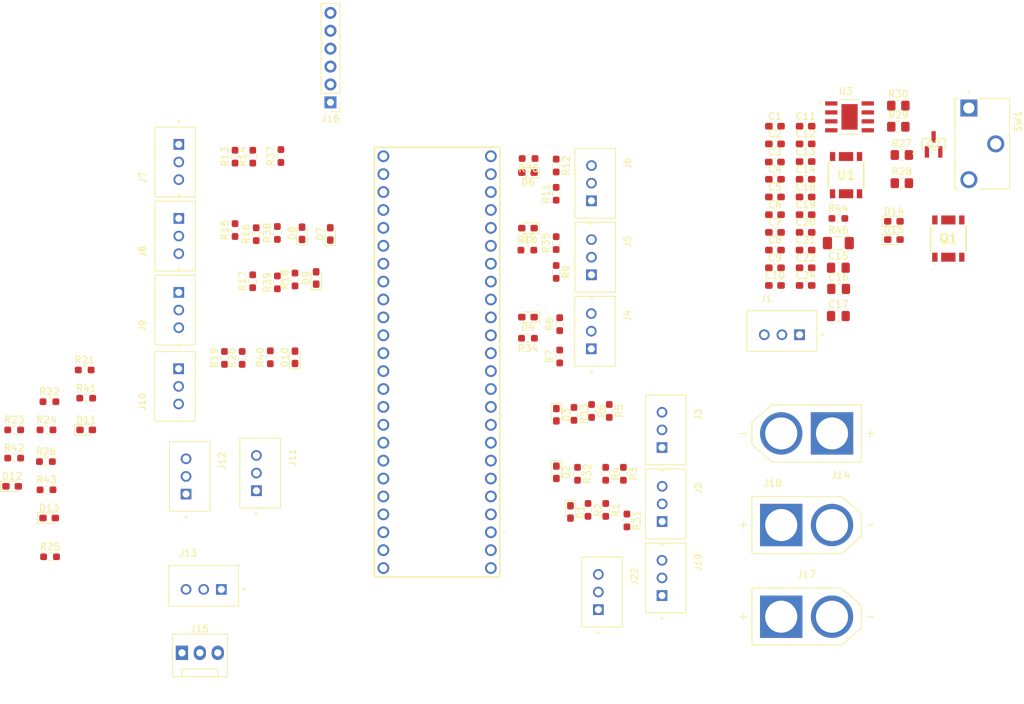
<source format=kicad_pcb>
(kicad_pcb (version 20240108) (generator "pcbnew") (generator_version "8.0")
  (layers (0 "F.Cu" signal) (31 "B.Cu" signal) (34 "B.Paste" user) (35 "F.Paste" user) (36 "B.SilkS" user "B.Silkscreen") (37 "F.SilkS" user "F.Silkscreen") (38 "B.Mask" user) (39 "F.Mask" user) (44 "Edge.Cuts" user))
  (net 0 "")
  (net 1 "+5V")
  (net 2 "GND1")
  (net 3 "+12V")
  (net 4 "+3.3V")
  (net 5 "44.4V")
  (net 6 "Net-(Q1-G)")
  (net 7 "44.4v")
  (net 8 "12v")
  (net 9 "5v")
  (net 10 "Signal Start Module")
  (net 11 "Net-(J17-POS)")
  (net 12 "Net-(J17-NEG)")
  (net 13 "Line Sensor 1 3.3V")
  (net 14 "Line Sensor 1 5v")
  (net 15 "Line Sensor 2 5v")
  (net 16 "Line Sensor 2 3.3V")
  (net 17 "Line Sensor 3 5v")
  (net 18 "Line Sensor 3 3.3V")
  (net 19 "Line Sensor 4 5v")
  (net 20 "Line Sensor 4 3.3V")
  (net 21 "Distance Sensor 1 12V")
  (net 22 "Distance Sensor 1 3.3V")
  (net 23 "Distance Sensor 2 12V")
  (net 24 "Distance Sensor 2 3.3V")
  (net 25 "Distance Sensor 3 3.3V")
  (net 26 "Distance Sensor 3 12V")
  (net 27 "Distance Sensor 4 12V")
  (net 28 "Distance Sensor 4 3.3V")
  (net 29 "Distance Sensor 5 3.3V")
  (net 30 "Distance Sensor 5 12V")
  (net 31 "Distance Sensor 6 12V")
  (net 32 "Distance Sensor 6 3.3V")
  (net 33 "Distance Sensor 7 3.3V")
  (net 34 "Distance Sensor 7 12V")
  (net 35 "Distance Sensor 8 3.3V")
  (net 36 "Distance Sensor 8 12V")
  (net 37 "Distance Sensor 9 3.3V")
  (net 38 "Distance Sensor 9 12V")
  (net 39 "Net-(Q2-D)")
  (net 40 "Net-(Q1-S)")
  (net 41 "Net-(Q2-G)")
  (net 42 "Net-(SW1-A)")
  (net 43 "Net-(D1-A)")
  (net 44 "Net-(D2-A)")
  (net 45 "Net-(D3-A)")
  (net 46 "Net-(D4-A)")
  (net 47 "Net-(D5-A)")
  (net 48 "Net-(D6-A)")
  (net 49 "Net-(D7-A)")
  (net 50 "Net-(D8-A)")
  (net 51 "Net-(D9-A)")
  (net 52 "Net-(D10-A)")
  (net 53 "Net-(D11-A)")
  (net 54 "Net-(D12-A)")
  (net 55 "Net-(D13-A)")
  (net 56 "Net-(D15-A)")
  (net 57 "Net-(D14-A)")
  (net 58 "PWM MD2")
  (net 59 "Direction MD2")
  (net 60 "SDA")
  (net 61 "PWM MD1")
  (net 62 "Direction MD1")
  (net 65 "SCL")
  (net 87 "Interupt")
  (footprint "Resistor_SMD:R_0805_2012Metric_Pad1.20x1.40mm_HandSolder" (layer "F.Cu") (at 160.5 74)
    (property "Reference" "R27" (at 0 -1.65 0) (layer "F.SilkS"))
    (property "Value" "15k")
    (pad "1" smd roundrect (at -1 0) (size 1.2 1.4) (layers "F.Cu" "F.Paste" "F.Mask") (roundrect_rratio 0.208333) (net 6 "Net-(Q1-G)"))
    (pad "2" smd roundrect (at 1 0) (size 1.2 1.4) (layers "F.Cu" "F.Paste" "F.Mask") (roundrect_rratio 0.208333) (net 39 "Net-(Q2-D)"))
  )
  (footprint "LED_SMD:LED_0603_1608Metric_Pad1.05x0.95mm_HandSolder" (layer "F.Cu") (at 107.5 97 180)
    (property "Reference" "D4" (at 0 -1.43 0) (layer "F.SilkS"))
    (property "Value" "LED")
    (pad "1" smd roundrect (at -0.875 0 180) (size 1.05 0.95) (layers "F.Cu" "F.Paste" "F.Mask") (net 2 "GND1"))
    (pad "2" smd roundrect (at 0.875 0 180) (size 1.05 0.95) (layers "F.Cu" "F.Paste" "F.Mask") (net 46 "Net-(D4-A)"))
  )
  (footprint "XT60-M:AMASS_XT60-M" (layer "F.Cu") (at 147 139.5)
    (property "Reference" "J17" (at 0 -6 0) (layer "F.SilkS"))
    (property "Value" "XT60-M" (hide yes))
    (pad "N" thru_hole circle (at 3.6 0) (size 6 6) (drill 4.55) (layers "*.Cu" "*.Mask") (net 12 "Net-(J17-NEG)"))
    (pad "P" thru_hole rect (at -3.6 0) (size 6 6) (drill 4.55) (layers "*.Cu" "*.Mask") (net 11 "Net-(J17-POS)"))
  )
  (footprint "Capacitor_SMD:C_0603_1608Metric_Pad1.08x0.95mm_HandSolder" (layer "F.Cu") (at 146.8625 72.43)
    (property "Reference" "C12" (at 0 -1.43 0) (layer "F.SilkS"))
    (property "Value" "C")
    (pad "1" smd roundrect (at -0.8625 0) (size 1.075 0.95) (layers "F.Cu" "F.Paste" "F.Mask") (net 3 "+12V"))
    (pad "2" smd roundrect (at 0.8625 0) (size 1.075 0.95) (layers "F.Cu" "F.Paste" "F.Mask") (net 2 "GND1"))
  )
  (footprint "Resistor_SMD:R_0603_1608Metric_Pad0.98x0.95mm_HandSolder" (layer "F.Cu") (at 112 102.5875 90)
    (property "Reference" "R7" (at 0 -1.43 90) (layer "F.SilkS"))
    (property "Value" "R")
    (pad "1" smd roundrect (at -0.9125 0 90) (size 0.975 0.95) (layers "F.Cu" "F.Paste" "F.Mask") (net 19 "Line Sensor 4 5v"))
    (pad "2" smd roundrect (at 0.9125 0 90) (size 0.975 0.95) (layers "F.Cu" "F.Paste" "F.Mask") (net 20 "Line Sensor 4 3.3V"))
  )
  (footprint "Resistor_SMD:R_0603_1608Metric_Pad0.98x0.95mm_HandSolder" (layer "F.Cu") (at 68.475 91.9125 90)
    (property "Reference" "R17" (at 0 -1.43 90) (layer "F.SilkS"))
    (property "Value" "R")
    (pad "1" smd roundrect (at -0.9125 0 90) (size 0.975 0.95) (layers "F.Cu" "F.Paste" "F.Mask") (net 30 "Distance Sensor 5 12V"))
    (pad "2" smd roundrect (at 0.9125 0 90) (size 0.975 0.95) (layers "F.Cu" "F.Paste" "F.Mask") (net 29 "Distance Sensor 5 3.3V"))
  )
  (footprint "LED_SMD:LED_0603_1608Metric_Pad1.05x0.95mm_HandSolder" (layer "F.Cu") (at 79.475 85.2 90)
    (property "Reference" "D7" (at 0 -1.43 90) (layer "F.SilkS"))
    (property "Value" "LED")
    (pad "1" smd roundrect (at -0.875 0 90) (size 1.05 0.95) (layers "F.Cu" "F.Paste" "F.Mask") (net 2 "GND1"))
    (pad "2" smd roundrect (at 0.875 0 90) (size 1.05 0.95) (layers "F.Cu" "F.Paste" "F.Mask") (net 49 "Net-(D7-A)"))
  )
  (footprint "LED_SMD:LED_0603_1608Metric_Pad1.05x0.95mm_HandSolder" (layer "F.Cu") (at 107.5 84.375 180)
    (property "Reference" "D5" (at 0 -1.43 0) (layer "F.SilkS"))
    (property "Value" "LED")
    (pad "1" smd roundrect (at -0.875 0 180) (size 1.05 0.95) (layers "F.Cu" "F.Paste" "F.Mask") (net 2 "GND1"))
    (pad "2" smd roundrect (at 0.875 0 180) (size 1.05 0.95) (layers "F.Cu" "F.Paste" "F.Mask") (net 47 "Net-(D5-A)"))
  )
  (footprint "Jst Xh 2.5-3 Pin:JST_B3B-XH-A_LF__SN_" (layer "F.Cu") (at 127.05 123.5 -90)
    (property "Reference" "J2" (at -2.2 -4.6 90) (layer "F.SilkS") (effects (font (size 0.944882 0.944882))))
    (property "Value" "Conn_01x03_MountingPin" (hide yes))
    (pad "1" thru_hole rect (at 2.5 0.525 270) (size 1.508 1.508) (drill 1) (layers "*.Cu" "*.Mask") (net 15 "Line Sensor 2 5v"))
    (pad "2" thru_hole circle (at 0 0.525 270) (size 1.508 1.508) (drill 1) (layers "*.Cu" "*.Mask") (net 1 "+5V"))
    (pad "3" thru_hole circle (at -2.5 0.525 270) (size 1.508 1.508) (drill 1) (layers "*.Cu" "*.Mask") (net 2 "GND1"))
  )
  (footprint "Jst Xh 2.5-3 Pin:JST_B3B-XH-A_LF__SN_" (layer "F.Cu") (at 57.475 75 90)
    (property "Reference" "J7" (at -2.2 -4.6 90) (layer "F.SilkS") (effects (font (size 0.944882 0.944882))))
    (property "Value" "Conn_01x03_MountingPin" (hide yes))
    (pad "1" thru_hole rect (at 2.5 0.525 90) (size 1.508 1.508) (drill 1) (layers "*.Cu" "*.Mask") (net 26 "Distance Sensor 3 12V"))
    (pad "2" thru_hole circle (at 0 0.525 90) (size 1.508 1.508) (drill 1) (layers "*.Cu" "*.Mask") (net 3 "+12V"))
    (pad "3" thru_hole circle (at -2.5 0.525 90) (size 1.508 1.508) (drill 1) (layers "*.Cu" "*.Mask") (net 2 "GND1"))
  )
  (footprint "Capacitor_SMD:C_0603_1608Metric_Pad1.08x0.95mm_HandSolder" (layer "F.Cu") (at 142.5125 90)
    (property "Reference" "C9" (at 0 -1.43 0) (layer "F.SilkS"))
    (property "Value" "C")
    (pad "1" smd roundrect (at -0.8625 0) (size 1.075 0.95) (layers "F.Cu" "F.Paste" "F.Mask") (net 3 "+12V"))
    (pad "2" smd roundrect (at 0.8625 0) (size 1.075 0.95) (layers "F.Cu" "F.Paste" "F.Mask") (net 2 "GND1"))
  )
  (footprint "LED_SMD:LED_0603_1608Metric_Pad1.05x0.95mm_HandSolder" (layer "F.Cu") (at 75.475 85.1125 90)
    (property "Reference" "D8" (at 0 -1.43 90) (layer "F.SilkS"))
    (property "Value" "LED")
    (pad "1" smd roundrect (at -0.875 0 90) (size 1.05 0.95) (layers "F.Cu" "F.Paste" "F.Mask") (net 2 "GND1"))
    (pad "2" smd roundrect (at 0.875 0 90) (size 1.05 0.95) (layers "F.Cu" "F.Paste" "F.Mask") (net 50 "Net-(D8-A)"))
  )
  (footprint "Capacitor_SMD:C_0603_1608Metric_Pad1.08x0.95mm_HandSolder" (layer "F.Cu") (at 142.5125 72.43)
    (property "Reference" "C2" (at 0 -1.43 0) (layer "F.SilkS"))
    (property "Value" "C")
    (pad "1" smd roundrect (at -0.8625 0) (size 1.075 0.95) (layers "F.Cu" "F.Paste" "F.Mask") (net 1 "+5V"))
    (pad "2" smd roundrect (at 0.8625 0) (size 1.075 0.95) (layers "F.Cu" "F.Paste" "F.Mask") (net 2 "GND1"))
  )
  (footprint "Capacitor_SMD:C_0603_1608Metric_Pad1.08x0.95mm_HandSolder" (layer "F.Cu") (at 146.8625 79.96)
    (property "Reference" "C18" (at 0 -1.43 0) (layer "F.SilkS"))
    (property "Value" "C")
    (pad "1" smd roundrect (at -0.8625 0) (size 1.075 0.95) (layers "F.Cu" "F.Paste" "F.Mask") (net 7 "44.4v"))
    (pad "2" smd roundrect (at 0.8625 0) (size 1.075 0.95) (layers "F.Cu" "F.Paste" "F.Mask") (net 2 "GND1"))
  )
  (footprint "Capacitor_SMD:C_0603_1608Metric_Pad1.08x0.95mm_HandSolder" (layer "F.Cu") (at 146.8625 90)
    (property "Reference" "C22" (at 0 -1.43 0) (layer "F.SilkS"))
    (property "Value" "C")
    (pad "1" smd roundrect (at -0.8625 0) (size 1.075 0.95) (layers "F.Cu" "F.Paste" "F.Mask") (net 1 "+5V"))
    (pad "2" smd roundrect (at 0.8625 0) (size 1.075 0.95) (layers "F.Cu" "F.Paste" "F.Mask") (net 2 "GND1"))
  )
  (footprint "Connector_PinHeader_2.54mm:PinHeader_1x06_P2.54mm_Vertical" (layer "F.Cu") (at 79.5 66.54 180)
    (property "Reference" "J16" (at 0 -2.33 0) (layer "F.SilkS"))
    (property "Value" "Conn_01x08_Pin" (hide yes))
    (pad "1" thru_hole rect (at 0 0 180) (size 1.7 1.7) (drill 1) (layers "*.Cu" "*.Mask") (net 1 "+5V"))
    (pad "2" thru_hole oval (at 0 2.54 180) (size 1.7 1.7) (drill 1) (layers "*.Cu" "*.Mask") (net 2 "GND1"))
    (pad "3" thru_hole oval (at 0 5.08 180) (size 1.7 1.7) (drill 1) (layers "*.Cu" "*.Mask") (net 65 "SCL"))
    (pad "4" thru_hole oval (at 0 7.62 180) (size 1.7 1.7) (drill 1) (layers "*.Cu" "*.Mask") (net 60 "SDA"))
    (pad "5" thru_hole oval (at 0 10.16 180) (size 1.7 1.7) (drill 1) (layers "*.Cu" "*.Mask"))
    (pad "6" thru_hole oval (at 0 12.7 180) (size 1.7 1.7) (drill 1) (layers "*.Cu" "*.Mask"))
  )
  (footprint "LED_SMD:LED_0603_1608Metric_Pad1.05x0.95mm_HandSolder" (layer "F.Cu") (at 159.375 83.41)
    (property "Reference" "D14" (at 0 -1.43 0) (layer "F.SilkS"))
    (property "Value" "LED")
    (pad "1" smd roundrect (at -0.875 0) (size 1.05 0.95) (layers "F.Cu" "F.Paste" "F.Mask") (net 2 "GND1"))
    (pad "2" smd roundrect (at 0.875 0) (size 1.05 0.95) (layers "F.Cu" "F.Paste" "F.Mask") (net 57 "Net-(D14-A)"))
  )
  (footprint "Capacitor_SMD:C_0603_1608Metric_Pad1.08x0.95mm_HandSolder" (layer "F.Cu") (at 142.5125 92.51)
    (property "Reference" "C10" (at 0 -1.43 0) (layer "F.SilkS"))
    (property "Value" "C")
    (pad "1" smd roundrect (at -0.8625 0) (size 1.075 0.95) (layers "F.Cu" "F.Paste" "F.Mask") (net 3 "+12V"))
    (pad "2" smd roundrect (at 0.8625 0) (size 1.075 0.95) (layers "F.Cu" "F.Paste" "F.Mask") (net 2 "GND1"))
  )
  (footprint "Resistor_SMD:R_0603_1608Metric_Pad0.98x0.95mm_HandSolder" (layer "F.Cu") (at 111.5 75.5 -90)
    (property "Reference" "R12" (at 0 -1.43 90) (layer "F.SilkS"))
    (property "Value" "R" (hide yes))
    (pad "1" smd roundrect (at -0.9125 0 270) (size 0.975 0.95) (layers "F.Cu" "F.Paste" "F.Mask") (net 24 "Distance Sensor 2 3.3V"))
    (pad "2" smd roundrect (at 0.9125 0 270) (size 0.975 0.95) (layers "F.Cu" "F.Paste" "F.Mask") (net 2 "GND1"))
  )
  (footprint "Capacitor_SMD:C_0603_1608Metric_Pad1.08x0.95mm_HandSolder" (layer "F.Cu") (at 146.8625 74.94)
    (property "Reference" "C13" (at 0 -1.43 0) (layer "F.SilkS"))
    (property "Value" "C")
    (pad "1" smd roundrect (at -0.8625 0) (size 1.075 0.95) (layers "F.Cu" "F.Paste" "F.Mask") (net 1 "+5V"))
    (pad "2" smd roundrect (at 0.8625 0) (size 1.075 0.95) (layers "F.Cu" "F.Paste" "F.Mask") (net 2 "GND1"))
  )
  (footprint "Resistor_SMD:R_0603_1608Metric_Pad0.98x0.95mm_HandSolder" (layer "F.Cu") (at 118.515 119.225 -90)
    (property "Reference" "R4" (at 0 -1.43 90) (layer "F.SilkS"))
    (property "Value" "R")
    (pad "1" smd roundrect (at -0.9125 0 270) (size 0.975 0.95) (layers "F.Cu" "F.Paste" "F.Mask") (net 16 "Line Sensor 2 3.3V"))
    (pad "2" smd roundrect (at 0.9125 0 270) (size 0.975 0.95) (layers "F.Cu" "F.Paste" "F.Mask") (net 2 "GND1"))
  )
  (footprint "Resistor_SMD:R_0603_1608Metric_Pad0.98x0.95mm_HandSolder" (layer "F.Cu") (at 107.4125 87.5)
    (property "Reference" "R10" (at 0 -1.43 0) (layer "F.SilkS"))
    (property "Value" "R")
    (pad "1" smd roundrect (at -0.9125 0) (size 0.975 0.95) (layers "F.Cu" "F.Paste" "F.Mask") (net 22 "Distance Sensor 1 3.3V"))
    (pad "2" smd roundrect (at 0.9125 0) (size 0.975 0.95) (layers "F.Cu" "F.Paste" "F.Mask") (net 2 "GND1"))
  )
  (footprint "Resistor_SMD:R_0603_1608Metric_Pad0.98x0.95mm_HandSolder" (layer "F.Cu") (at 70.975 102.7 90)
    (property "Reference" "R40" (at 0 -1.43 90) (layer "F.SilkS"))
    (property "Value" "R")
    (pad "1" smd roundrect (at -0.9125 0 90) (size 0.975 0.95) (layers "F.Cu" "F.Paste" "F.Mask") (net 32 "Distance Sensor 6 3.3V"))
    (pad "2" smd roundrect (at 0.9125 0 90) (size 0.975 0.95) (layers "F.Cu" "F.Paste" "F.Mask") (net 52 "Net-(D10-A)"))
  )
  (footprint "Resistor_SMD:R_0603_1608Metric_Pad0.98x0.95mm_HandSolder" (layer "F.Cu") (at 107.5 100 180)
    (property "Reference" "R34" (at 0 -1.43 0) (layer "F.SilkS"))
    (property "Value" "R")
    (pad "1" smd roundrect (at -0.9125 0 180) (size 0.975 0.95) (layers "F.Cu" "F.Paste" "F.Mask") (net 20 "Line Sensor 4 3.3V"))
    (pad "2" smd roundrect (at 0.9125 0 180) (size 0.975 0.95) (layers "F.Cu" "F.Paste" "F.Mask") (net 46 "Net-(D4-A)"))
  )
  (footprint "Jst Xh 2.5-3 Pin:JST_B3B-XH-A_LF__SN_" (layer "F.Cu") (at 117 99 -90)
    (property "Reference" "J4" (at -2.2 -4.6 90) (layer "F.SilkS") (effects (font (size 0.944882 0.944882))))
    (property "Value" "Conn_01x03_MountingPin" (hide yes))
    (pad "1" thru_hole rect (at 2.5 0.525 270) (size 1.508 1.508) (drill 1) (layers "*.Cu" "*.Mask") (net 19 "Line Sensor 4 5v"))
    (pad "2" thru_hole circle (at 0 0.525 270) (size 1.508 1.508) (drill 1) (layers "*.Cu" "*.Mask") (net 1 "+5V"))
    (pad "3" thru_hole circle (at -2.5 0.525 270) (size 1.508 1.508) (drill 1) (layers "*.Cu" "*.Mask") (net 2 "GND1"))
  )
  (footprint "12Vvoltagereg:S1142A50IE6T1U" (layer "F.Cu") (at 152.59 76.86)
    (property "Reference" "U1" (at 0 0 0) (layer "F.SilkS") (effects (font (size 1.27 1.27) (thickness 0.254))))
    (property "Value" "S-1142DA0I-E6T1U" (hide yes))
    (pad "1" smd rect (at -1.91 2.64) (size 0.76 1.27) (layers "F.Cu" "F.Paste" "F.Mask") (net 8 "12v"))
    (pad "2" smd rect (at 0 2.64 90) (size 1.27 2.03) (layers "F.Cu" "F.Paste" "F.Mask") (net 2 "GND1"))
    (pad "3" smd rect (at 1.91 2.64) (size 0.76 1.27) (layers "F.Cu" "F.Paste" "F.Mask") (net 2 "GND1"))
    (pad "4" smd rect (at 1.91 -2.64) (size 0.76 1.27) (layers "F.Cu" "F.Paste" "F.Mask"))
    (pad "5" smd rect (at 0 -2.64 90) (size 1.27 2.03) (layers "F.Cu" "F.Paste" "F.Mask") (net 2 "GND1"))
    (pad "6" smd rect (at -1.91 -2.64) (size 0.76 1.27) (layers "F.Cu" "F.Paste" "F.Mask") (net 7 "44.4v"))
  )
  (footprint "TQL850CSV50_RLG(5vmotordriver):SOIC127P600X170-9N" (layer "F.Cu") (at 153.085 68.595)
    (property "Reference" "U3" (at -0.535 -3.635 0) (layer "F.SilkS"))
    (property "Value" "TQL850CSV50_RLG")
    (pad "1" smd roundrect (at -2.585 -1.905) (size 1.75 0.6) (layers "F.Cu" "F.Paste" "F.Mask") (roundrect_rratio 0.125) (net 7 "44.4v"))
    (pad "2" smd roundrect (at -2.585 -0.635) (size 1.75 0.6) (layers "F.Cu" "F.Paste" "F.Mask") (roundrect_rratio 0.125) (net 7 "44.4v"))
    (pad "3" smd roundrect (at -2.585 0.635) (size 1.75 0.6) (layers "F.Cu" "F.Paste" "F.Mask") (roundrect_rratio 0.125))
    (pad "4" smd roundrect (at -2.585 1.905) (size 1.75 0.6) (layers "F.Cu" "F.Paste" "F.Mask") (roundrect_rratio 0.125) (net 2 "GND1"))
    (pad "5" smd roundrect (at 2.585 1.905) (size 1.75 0.6) (layers "F.Cu" "F.Paste" "F.Mask") (roundrect_rratio 0.125) (net 2 "GND1"))
    (pad "6" smd roundrect (at 2.585 0.635) (size 1.75 0.6) (layers "F.Cu" "F.Paste" "F.Mask") (roundrect_rratio 0.125) (net 2 "GND1"))
    (pad "7" smd roundrect (at 2.585 -0.635) (size 1.75 0.6) (layers "F.Cu" "F.Paste" "F.Mask") (roundrect_rratio 0.125))
    (pad "8" smd roundrect (at 2.585 -1.905) (size 1.75 0.6) (layers "F.Cu" "F.Paste" "F.Mask") (roundrect_rratio 0.125) (net 9 "5v"))
    (pad "9" smd rect (at 0 0) (size 2.3 3.63) (layers "F.Cu" "F.Mask"))
  )
  (footprint "Resistor_SMD:R_0603_1608Metric_Pad0.98x0.95mm_HandSolder" (layer "F.Cu") (at 34.6625 113)
    (property "Reference" "R23" (at 0 -1.43 0) (layer "F.SilkS"))
    (property "Value" "R")
    (pad "1" smd roundrect (at -0.9125 0) (size 0.975 0.95) (layers "F.Cu" "F.Paste" "F.Mask") (net 36 "Distance Sensor 8 12V"))
    (pad "2" smd roundrect (at 0.9125 0) (size 0.975 0.95) (layers "F.Cu" "F.Paste" "F.Mask") (net 35 "Distance Sensor 8 3.3V"))
  )
  (footprint "LED_SMD:LED_0603_1608Metric_Pad1.05x0.95mm_HandSolder" (layer "F.Cu") (at 113.525 124.6375 -90)
    (property "Reference" "D1" (at 0 -1.43 90) (layer "F.SilkS"))
    (property "Value" "LED")
    (pad "1" smd roundrect (at -0.875 0 270) (size 1.05 0.95) (layers "F.Cu" "F.Paste" "F.Mask") (net 2 "GND1"))
    (pad "2" smd roundrect (at 0.875 0 270) (size 1.05 0.95) (layers "F.Cu" "F.Paste" "F.Mask") (net 43 "Net-(D1-A)"))
  )
  (footprint "Resistor_SMD:R_0603_1608Metric_Pad0.98x0.95mm_HandSolder" (layer "F.Cu") (at 39.25 113)
    (property "Reference" "R24" (at 0 -1.43 0) (layer "F.SilkS"))
    (property "Value" "R")
    (pad "1" smd roundrect (at -0.9125 0) (size 0.975 0.95) (layers "F.Cu" "F.Paste" "F.Mask") (net 35 "Distance Sensor 8 3.3V"))
    (pad "2" smd roundrect (at 0.9125 0) (size 0.975 0.95) (layers "F.Cu" "F.Paste" "F.Mask") (net 2 "GND1"))
  )
  (footprint "Resistor_SMD:R_0603_1608Metric_Pad0.98x0.95mm_HandSolder" (layer "F.Cu") (at 74.475 91.6625 90)
    (property "Reference" "R18" (at 0 -1.43 90) (layer "F.SilkS"))
    (property "Value" "R")
    (pad "1" smd roundrect (at -0.9125 0 90) (size 0.975 0.95) (layers "F.Cu" "F.Paste" "F.Mask") (net 29 "Distance Sensor 5 3.3V"))
    (pad "2" smd roundrect (at 0.9125 0 90) (size 0.975 0.95) (layers "F.Cu" "F.Paste" "F.Mask") (net 2 "GND1"))
  )
  (footprint "Capacitor_SMD:C_0603_1608Metric_Pad1.08x0.95mm_HandSolder" (layer "F.Cu") (at 146.8625 84.98)
    (property "Reference" "C20" (at 0 -1.43 0) (layer "F.SilkS"))
    (property "Value" "C")
    (pad "1" smd roundrect (at -0.8625 0) (size 1.075 0.95) (layers "F.Cu" "F.Paste" "F.Mask") (net 7 "44.4v"))
    (pad "2" smd roundrect (at 0.8625 0) (size 1.075 0.95) (layers "F.Cu" "F.Paste" "F.Mask") (net 2 "GND1"))
  )
  (footprint "Capacitor_SMD:C_0805_2012Metric_Pad1.18x1.45mm_HandSolder" (layer "F.Cu") (at 151.5 96.85)
    (property "Reference" "C17" (at 0 -1.68 0) (layer "F.SilkS"))
    (property "Value" "1uF")
    (pad "1" smd roundrect (at -1.0375 0) (size 1.175 1.45) (layers "F.Cu" "F.Paste" "F.Mask") (roundrect_rratio 0.212766) (net 5 "44.4V"))
    (pad "2" smd roundrect (at 1.0375 0) (size 1.175 1.45) (layers "F.Cu" "F.Paste" "F.Mask") (roundrect_rratio 0.212766) (net 6 "Net-(Q1-G)"))
  )
  (footprint "Jst Xh 2.5-3 Pin:JST_B3B-XH-A_LF__SN_" (layer "F.Cu") (at 61.53 135.1)
    (property "Reference" "J13" (at -2.2 -4.6 0) (layer "F.SilkS") (effects (font (size 0.944882 0.944882))))
    (property "Value" "Conn_01x03_MountingPin")
    (pad "1" thru_hole rect (at 2.5 0.525) (size 1.508 1.508) (drill 1) (layers "*.Cu" "*.Mask") (net 38 "Distance Sensor 9 12V"))
    (pad "2" thru_hole circle (at 0 0.525) (size 1.508 1.508) (drill 1) (layers "*.Cu" "*.Mask") (net 3 "+12V"))
    (pad "3" thru_hole circle (at -2.5 0.525) (size 1.508 1.508) (drill 1) (layers "*.Cu" "*.Mask") (net 2 "GND1"))
  )
  (footprint "Resistor_SMD:R_0603_1608Metric_Pad0.98x0.95mm_HandSolder" (layer "F.Cu") (at 72.475 74.15 90)
    (property "Reference" "R37" (at 0 -1.43 90) (layer "F.SilkS"))
    (property "Value" "R")
    (pad "1" smd roundrect (at -0.9125 0 90) (size 0.975 0.95) (layers "F.Cu" "F.Paste" "F.Mask") (net 25 "Distance Sensor 3 3.3V"))
    (pad "2" smd roundrect (at 0.9125 0 90) (size 0.975 0.95) (layers "F.Cu" "F.Paste" "F.Mask") (net 49 "Net-(D7-A)"))
  )
  (footprint "Resistor_SMD:R_0603_1608Metric_Pad0.98x0.95mm_HandSolder" (layer "F.Cu") (at 71.975 92.075 90)
    (property "Reference" "R39" (at 0 -1.43 90) (layer "F.SilkS"))
    (property "Value" "R")
    (pad "1" smd roundrect (at -0.9125 0 90) (size 0.975 0.95) (layers "F.Cu" "F.Paste" "F.Mask") (net 29 "Distance Sensor 5 3.3V"))
    (pad "2" smd roundrect (at 0.9125 0 90) (size 0.975 0.95) (layers "F.Cu" "F.Paste" "F.Mask") (net 51 "Net-(D9-A)"))
  )
  (footprint "LED_SMD:LED_0603_1608Metric_Pad1.05x0.95mm_HandSolder" (layer "F.Cu") (at 111.525 119.0125 -90)
    (property "Reference" "D2" (at 0 -1.43 90) (layer "F.SilkS"))
    (property "Value" "LED")
    (pad "1" smd roundrect (at -0.875 0 270) (size 1.05 0.95) (layers "F.Cu" "F.Paste" "F.Mask") (net 2 "GND1"))
    (pad "2" smd roundrect (at 0.875 0 270) (size 1.05 0.95) (layers "F.Cu" "F.Paste" "F.Mask") (net 44 "Net-(D2-A)"))
  )
  (footprint "Resistor_SMD:R_0805_2012Metric_Pad1.20x1.40mm_HandSolder" (layer "F.Cu") (at 160 67)
    (property "Reference" "R30" (at 0 -1.65 0) (layer "F.SilkS"))
    (property "Value" "8k")
    (pad "1" smd roundrect (at -1 0) (size 1.2 1.4) (layers "F.Cu" "F.Paste" "F.Mask") (roundrect_rratio 0.208333) (net 41 "Net-(Q2-G)"))
    (pad "2" smd roundrect (at 1 0) (size 1.2 1.4) (layers "F.Cu" "F.Paste" "F.Mask") (roundrect_rratio 0.208333) (net 42 "Net-(SW1-A)"))
  )
  (footprint "Jst Xh 2.5-3 Pin:JST_B3B-XH-A_LF__SN_" (layer "F.Cu") (at 143.5 98.975)
    (property "Reference" "J1" (at -2.2 -4.6 0) (layer "F.SilkS") (effects (font (size 0.944882 0.944882))))
    (property "Value" "Conn_01x03_MountingPin")
    (pad "1" thru_hole rect (at 2.5 0.525) (size 1.508 1.508) (drill 1) (layers "*.Cu" "*.Mask") (net 59 "Direction MD2"))
    (pad "2" thru_hole circle (at 0 0.525) (size 1.508 1.508) (drill 1) (layers "*.Cu" "*.Mask") (net 58 "PWM MD2"))
    (pad "3" thru_hole circle (at -2.5 0.525) (size 1.508 1.508) (drill 1) (layers "*.Cu" "*.Mask") (net 2 "GND1"))
  )
  (footprint "LED_SMD:LED_0603_1608Metric_Pad1.05x0.95mm_HandSolder" (layer "F.Cu") (at 74.475 102.7 90)
    (property "Reference" "D10" (at 0 -1.43 90) (layer "F.SilkS"))
    (property "Value" "LED")
    (pad "1" smd roundrect (at -0.875 0 90) (size 1.05 0.95) (layers "F.Cu" "F.Paste" "F.Mask") (net 2 "GND1"))
    (pad "2" smd roundrect (at 0.875 0 90) (size 1.05 0.95) (layers "F.Cu" "F.Paste" "F.Mask") (net 52 "Net-(D10-A)"))
  )
  (footprint "Resistor_SMD:R_0805_2012Metric_Pad1.20x1.40mm_HandSolder" (layer "F.Cu") (at 160.5 78)
    (property "Reference" "R28" (at 0 -1.65 0) (layer "F.SilkS"))
    (property "Value" "10k")
    (pad "1" smd roundrect (at -1 0) (size 1.2 1.4) (layers "F.Cu" "F.Paste" "F.Mask") (roundrect_rratio 0.208333) (net 6 "Net-(Q1-G)"))
    (pad "2" smd roundrect (at 1 0) (size 1.2 1.4) (layers "F.Cu" "F.Paste" "F.Mask") (roundrect_rratio 0.208333) (net 40 "Net-(Q1-S)"))
  )
  (footprint "Resistor_SMD:R_0603_1608Metric_Pad0.98x0.95mm_HandSolder" (layer "F.Cu") (at 111.5 86.5 90)
    (property "Reference" "R35" (at 0 -1.43 90) (layer "F.SilkS"))
    (property "Value" "R")
    (pad "1" smd roundrect (at -0.9125 0 90) (size 0.975 0.95) (layers "F.Cu" "F.Paste" "F.Mask") (net 22 "Distance Sensor 1 3.3V"))
    (pad "2" smd roundrect (at 0.9125 0 90) (size 0.975 0.95) (layers "F.Cu" "F.Paste" "F.Mask") (net 47 "Net-(D5-A)"))
  )
  (footprint "LED_SMD:LED_0603_1608Metric_Pad1.05x0.95mm_HandSolder" (layer "F.Cu") (at 77.475 91.45 90)
    (property "Reference" "D9" (at 0 -1.43 90) (layer "F.SilkS"))
    (property "Value" "LED")
    (pad "1" smd roundrect (at -0.875 0 90) (size 1.05 0.95) (layers "F.Cu" "F.Paste" "F.Mask") (net 2 "GND1"))
    (pad "2" smd roundrect (at 0.875 0 90) (size 1.05 0.95) (layers "F.Cu" "F.Paste" "F.Mask") (net 51 "Net-(D9-A)"))
  )
  (footprint "Capacitor_SMD:C_0603_1608Metric_Pad1.08x0.95mm_HandSolder" (layer "F.Cu") (at 142.5125 69.92)
    (property "Reference" "C1" (at 0 -1.43 0) (layer "F.SilkS"))
    (property "Value" "C")
    (pad "1" smd roundrect (at -0.8625 0) (size 1.075 0.95) (layers "F.Cu" "F.Paste" "F.Mask") (net 1 "+5V"))
    (pad "2" smd roundrect (at 0.8625 0) (size 1.075 0.95) (layers "F.Cu" "F.Paste" "F.Mask") (net 2 "GND1"))
  )
  (footprint "Jst Xh 2.5-3 Pin:JST_B3B-XH-A_LF__SN_" (layer "F.Cu") (at 117.025 88.5 -90)
    (property "Reference" "J5" (at -2.2 -4.6 90) (layer "F.SilkS") (effects (font (size 0.944882 0.944882))))
    (property "Value" "Conn_01x03_MountingPin" (hide yes))
    (pad "1" thru_hole rect (at 2.5 0.525 270) (size 1.508 1.508) (drill 1) (layers "*.Cu" "*.Mask") (net 21 "Distance Sensor 1 12V"))
    (pad "2" thru_hole circle (at 0 0.525 270) (size 1.508 1.508) (drill 1) (layers "*.Cu" "*.Mask") (net 3 "+12V"))
    (pad "3" thru_hole circle (at -2.5 0.525 270) (size 1.508 1.508) (drill 1) (layers "*.Cu" "*.Mask") (net 2 "GND1"))
  )
  (footprint "Resistor_SMD:R_0805_2012Metric_Pad1.20x1.40mm_HandSolder" (layer "F.Cu") (at 160 70)
    (property "Reference" "R29" (at 0 -1.65 0) (layer "F.SilkS"))
    (property "Value" "1k")
    (pad "1" smd roundrect (at -1 0) (size 1.2 1.4) (layers "F.Cu" "F.Paste" "F.Mask") (roundrect_rratio 0.208333) (net 41 "Net-(Q2-G)"))
    (pad "2" smd roundrect (at 1 0) (size 1.2 1.4) (layers "F.Cu" "F.Paste" "F.Mask") (roundrect_rratio 0.208333) (net 2 "GND1"))
  )
  (footprint "Resistor_SMD:R_0603_1608Metric_Pad0.98x0.95mm_HandSolder" (layer "F.Cu") (at 114.025 110.725 -90)
    (property "Reference" "R33" (at 0 -1.43 90) (layer "F.SilkS"))
    (property "Value" "R")
    (pad "1" smd roundrect (at -0.9125 0 270) (size 0.975 0.95) (layers "F.Cu" "F.Paste" "F.Mask") (net 18 "Line Sensor 3 3.3V"))
    (pad "2" smd roundrect (at 0.9125 0 270) (size 0.975 0.95) (layers "F.Cu" "F.Paste" "F.Mask") (net 45 "Net-(D3-A)"))
  )
  (footprint "Resistor_SMD:R_0603_1608Metric_Pad0.98x0.95mm_HandSolder" (layer "F.Cu") (at 68.485 74.2375 90)
    (property "Reference" "R14" (at 0 -1.43 90) (layer "F.SilkS"))
    (property "Value" "R")
    (pad "1" smd roundrect (at -0.9125 0 90) (size 0.975 0.95) (layers "F.Cu" "F.Paste" "F.Mask") (net 25 "Distance Sensor 3 3.3V"))
    (pad "2" smd roundrect (at 0.9125 0 90) (size 0.975 0.95) (layers "F.Cu" "F.Paste" "F.Mask") (net 2 "GND1"))
  )
  (footprint "Capacitor_SMD:C_0603_1608Metric_Pad1.08x0.95mm_HandSolder" (layer "F.Cu") (at 142.5125 84.98)
    (property "Reference" "C7" (at 0 -1.43 0) (layer "F.SilkS"))
    (property "Value" "C")
    (pad "1" smd roundrect (at -0.8625 0) (size 1.075 0.95) (layers "F.Cu" "F.Paste" "F.Mask") (net 3 "+12V"))
    (pad "2" smd roundrect (at 0.8625 0) (size 1.075 0.95) (layers "F.Cu" "F.Paste" "F.Mask") (net 2 "GND1"))
  )
  (footprint "Capacitor_SMD:C_0603_1608Metric_Pad1.08x0.95mm_HandSolder" (layer "F.Cu") (at 146.8625 77.45)
    (property "Reference" "C14" (at 0 -1.43 0) (layer "F.SilkS"))
    (property "Value" "C")
    (pad "1" smd roundrect (at -0.8625 0) (size 1.075 0.95) (layers "F.Cu" "F.Paste" "F.Mask") (net 2 "GND1"))
    (pad "2" smd roundrect (at 0.8625 0) (size 1.075 0.95) (layers "F.Cu" "F.Paste" "F.Mask") (net 4 "+3.3V"))
  )
  (footprint "Resistor_SMD:R_0603_1608Metric_Pad0.98x0.95mm_HandSolder" (layer "F.Cu") (at 34.6625 117)
    (property "Reference" "R42" (at 0 -1.43 0) (layer "F.SilkS"))
    (property "Value" "R")
    (pad "1" smd roundrect (at -0.9125 0) (size 0.975 0.95) (layers "F.Cu" "F.Paste" "F.Mask") (net 35 "Distance Sensor 8 3.3V"))
    (pad "2" smd roundrect (at 0.9125 0) (size 0.975 0.95) (layers "F.Cu" "F.Paste" "F.Mask") (net 54 "Net-(D12-A)"))
  )
  (footprint "Capacitor_SMD:C_0603_1608Metric_Pad1.08x0.95mm_HandSolder" (layer "F.Cu") (at 142.5125 82.47)
    (property "Reference" "C6" (at 0 -1.43 0) (layer "F.SilkS"))
    (property "Value" "C")
    (pad "1" smd roundrect (at -0.8625 0) (size 1.075 0.95) (layers "F.Cu" "F.Paste" "F.Mask") (net 3 "+12V"))
    (pad "2" smd roundrect (at 0.8625 0) (size 1.075 0.95) (layers "F.Cu" "F.Paste" "F.Mask") (net 2 "GND1"))
  )
  (footprint "Resistor_SMD:R_0603_1608Metric_Pad0.98x0.95mm_HandSolder" (layer "F.Cu") (at 65.975 74.2375 90)
    (property "Reference" "R13" (at 0 -1.43 90) (layer "F.SilkS"))
    (property "Value" "R")
    (pad "1" smd roundrect (at -0.9125 0 90) (size 0.975 0.95) (layers "F.Cu" "F.Paste" "F.Mask") (net 26 "Distance Sensor 3 12V"))
    (pad "2" smd roundrect (at 0.9125 0 90) (size 0.975 0.95) (layers "F.Cu" "F.Paste" "F.Mask") (net 25 "Distance Sensor 3 3.3V"))
  )
  (footprint "Capacitor_SMD:C_0805_2012Metric_Pad1.18x1.45mm_HandSolder" (layer "F.Cu") (at 151.5375 93)
    (property "Reference" "C16" (at 0 -1.68 0) (layer "F.SilkS"))
    (property "Value" "1uF")
    (pad "1" smd roundrect (at -1.0375 0) (size 1.175 1.45) (layers "F.Cu" "F.Paste" "F.Mask") (roundrect_rratio 0.212766) (net 5 "44.4V"))
    (pad "2" smd roundrect (at 1.0375 0) (size 1.175 1.45) (layers "F.Cu" "F.Paste" "F.Mask") (roundrect_rratio 0.212766) (net 2 "GND1"))
  )
  (footprint "XT60-M:AMASS_XT60-M" (layer "F.Cu") (at 147 126.5)
    (property "Reference" "J18" (at -4.825 -5.935 0) (layer "F.SilkS"))
    (property "Value" "XT60-M")
    (pad "N" thru_hole circle (at 3.6 0) (size 6 6) (drill 4.55) (layers "*.Cu" "*.Mask") (net 2 "GND1"))
    (pad "P" thru_hole rect (at -3.6 0) (size 6 6) (drill 4.55) (layers "*.Cu" "*.Mask") (net 12 "Net-(J17-NEG)"))
  )
  (footprint "Capacitor_SMD:C_0603_1608Metric_Pad1.08x0.95mm_HandSolder" (layer "F.Cu") (at 142.5125 79.96)
    (property "Reference" "C5" (at 0 -1.43 0) (layer "F.SilkS"))
    (property "Value" "C")
    (pad "1" smd roundrect (at -0.8625 0) (size 1.075 0.95) (layers "F.Cu" "F.Paste" "F.Mask") (net 3 "+12V"))
    (pad "2" smd roundrect (at 0.8625 0) (size 1.075 0.95) (layers "F.Cu" "F.Paste" "F.Mask") (net 2 "GND1"))
  )
  (footprint "Resistor_SMD:R_0603_1608Metric_Pad0.98x0.95mm_HandSolder" (layer "F.Cu") (at 111.5 90.5875 -90)
    (property "Reference" "R9" (at 0 -1.43 90) (layer "F.SilkS"))
    (property "Value" "R")
    (pad "1" smd roundrect (at -0.9125 0 270) (size 0.975 0.95) (layers "F.Cu" "F.Paste" "F.Mask") (net 21 "Distance Sensor 1 12V"))
    (pad "2" smd roundrect (at 0.9125 0 270) (size 0.975 0.95) (layers "F.Cu" "F.Paste" "F.Mask") (net 22 "Distance Sensor 1 3.3V"))
  )
  (footprint "Resistor_SMD:R_0603_1608Metric_Pad0.98x0.95mm_HandSolder" (layer "F.Cu") (at 66.985 102.7875 90)
    (property "Reference" "R20" (at 0 -1.43 90) (layer "F.SilkS"))
    (property "Value" "R")
    (pad "1" smd roundrect (at -0.9125 0 90) (size 0.975 0.95) (layers "F.Cu" "F.Paste" "F.Mask") (net 32 "Distance Sensor 6 3.3V"))
    (pad "2" smd roundrect (at 0.9125 0 90) (size 0.975 0.95) (layers "F.Cu" "F.Paste" "F.Mask") (net 2 "GND1"))
  )
  (footprint "Capacitor_SMD:C_0603_1608Metric_Pad1.08x0.95mm_HandSolder" (layer "F.Cu") (at 142.5 75)
    (property "Reference" "C3" (at 0 -1.43 0) (layer "F.SilkS"))
    (property "Value" "C")
    (pad "1" smd roundrect (at -0.8625 0) (size 1.075 0.95) (layers "F.Cu" "F.Paste" "F.Mask") (net 1 "+5V"))
    (pad "2" smd roundrect (at 0.8625 0) (size 1.075 0.95) (layers "F.Cu" "F.Paste" "F.Mask") (net 2 "GND1"))
  )
  (footprint "LED_SMD:LED_0603_1608Metric_Pad1.05x0.95mm_HandSolder" (layer "F.Cu") (at 159.375 86)
    (property "Reference" "D15" (at 0 -1.43 0) (layer "F.SilkS"))
    (property "Value" "LED")
    (pad "1" smd roundrect (at -0.875 0) (size 1.05 0.95) (layers "F.Cu" "F.Paste" "F.Mask") (net 2 "GND1"))
    (pad "2" smd roundrect (at 0.875 0) (size 1.05 0.95) (layers "F.Cu" "F.Paste" "F.Mask") (net 56 "Net-(D15-A)"))
  )
  (footprint "Resistor_SMD:R_0603_1608Metric_Pad0.98x0.95mm_HandSolder" (layer "F.Cu") (at 39.6625 109)
    (property "Reference" "R22" (at 0 -1.43 0) (layer "F.SilkS"))
    (property "Value" "R")
    (pad "1" smd roundrect (at -0.9125 0) (size 0.975 0.95) (layers "F.Cu" "F.Paste" "F.Mask") (net 33 "Distance Sensor 7 3.3V"))
    (pad "2" smd roundrect (at 0.9125 0) (size 0.975 0.95) (layers "F.Cu" "F.Paste" "F.Mask") (net 2 "GND1"))
  )
  (footprint "Resistor_SMD:R_0603_1608Metric_Pad0.98x0.95mm_HandSolder" (layer "F.Cu") (at 39.25 121.5)
    (property "Reference" "R43" (at 0 -1.43 0) (layer "F.SilkS"))
    (property "Value" "R")
    (pad "1" smd roundrect (at -0.9125 0) (size 0.975 0.95) (layers "F.Cu" "F.Paste" "F.Mask") (net 37 "Distance Sensor 9 3.3V"))
    (pad "2" smd roundrect (at 0.9125 0) (size 0.975 0.95) (layers "F.Cu" "F.Paste" "F.Mask") (net 55 "Net-(D13-A)"))
  )
  (footprint "Resistor_SMD:R_0603_1608Metric_Pad0.98x0.95mm_HandSolder" (layer "F.Cu") (at 121.525 125.85 -90)
    (property "Reference" "R31" (at 0 -1.43 90) (layer "F.SilkS"))
    (property "Value" "R")
    (pad "1" smd roundrect (at -0.9125 0 270) (size 0.975 0.95) (layers "F.Cu" "F.Paste" "F.Mask") (net 13 "Line Sensor 1 3.3V"))
    (pad "2" smd roundrect (at 0.9125 0 270) (size 0.975 0.95) (layers "F.Cu" "F.Paste" "F.Mask") (net 43 "Net-(D1-A)"))
  )
  (footprint "Jst Xh 2.5-3 Pin:JST_B3B-XH-A_LF__SN_" (layer "F.Cu") (at 57.45 106.825 90)
    (property "Reference" "J10" (at -2.2 -4.6 90) (layer "F.SilkS") (effects (font (size 0.944882 0.944882))))
    (property "Value" "Conn_01x03_MountingPin" (hide yes))
    (pad "1" thru_hole rect (at 2.5 0.525 90) (size 1.508 1.508) (drill 1) (layers "*.Cu" "*.Mask") (net 31 "Distance Sensor 6 12V"))
    (pad "2" thru_hole circle (at 0 0.525 90) (size 1.508 1.508) (drill 1) (layers "*.Cu" "*.Mask") (net 3 "+12V"))
    (pad "3" thru_hole circle (at -2.5 0.525 90) (size 1.508 1.508) (drill 1) (layers "*.Cu" "*.Mask") (net 2 "GND1"))
  )
  (footprint "Resistor_SMD:R_0603_1608Metric_Pad0.98x0.95mm_HandSolder" (layer "F.Cu") (at 71.975 85.0625 90)
    (property "Reference" "R38" (at 0 -1.43 90) (layer "F.SilkS"))
    (property "Value" "R")
    (pad "1" smd roundrect (at -0.9125 0 90) (size 0.975 0.95) (layers "F.Cu" "F.Paste" "F.Mask") (net 28 "Distance Sensor 4 3.3V"))
    (pad "2" smd roundrect (at 0.9125 0 90) (size 0.975 0.95) (layers "F.Cu" "F.Paste" "F.Mask") (net 50 "Net-(D8-A)"))
  )
  (footprint "Capacitor_SMD:C_0603_1608Metric_Pad1.08x0.95mm_HandSolder" (layer "F.Cu") (at 142.5125 77.45)
    (property "Reference" "C4" (at 0 -1.43 0) (layer "F.SilkS"))
    (property "Value" "C")
    (pad "1" smd roundrect (at -0.8625 0) (size 1.075 0.95) (layers "F.Cu" "F.Paste" "F.Mask") (net 3 "+12V"))
    (pad "2" smd roundrect (at 0.8625 0) (size 1.075 0.95) (layers "F.Cu" "F.Paste" "F.Mask") (net 2 "GND1"))
  )
  (footprint "Capacitor_SMD:C_0603_1608Metric_Pad1.08x0.95mm_HandSolder" (layer "F.Cu") (at 146.8625 82.47)
    (property "Reference" "C19" (at 0 -1.43 0) (layer "F.SilkS"))
    (property "Value" "C")
    (pad "1" smd roundrect (at -0.8625 0) (size 1.075 0.95) (layers "F.Cu" "F.Paste" "F.Mask") (net 8 "12v"))
    (pad "2" smd roundrect (at 0.8625 0) (size 1.075 0.95) (layers "F.Cu" "F.Paste" "F.Mask") (net 2 "GND1"))
  )
  (footprint "Capacitor_SMD:C_0603_1608Metric_Pad1.08x0.95mm_HandSolder" (layer "F.Cu") (at 146.8625 92.51)
    (property "Reference" "C24" (at 0 -1.43 0) (layer "F.SilkS"))
    (property "Value" "C")
    (pad "1" smd roundrect (at -0.8625 0) (size 1.075 0.95) (layers "F.Cu" "F.Paste" "F.Mask") (net 1 "+5V"))
    (pad "2" smd roundrect (at 0.8625 0) (size 1.075 0.95) (layers "F.Cu" "F.Paste" "F.Mask") (net 2 "GND1"))
  )
  (footprint "Resistor_SMD:R_0603_1608Metric_Pad0.98x0.95mm_HandSolder" (layer "F.Cu") (at 121.025 119.225 -90)
    (property "Reference" "R3" (at 0 -1.43 90) (layer "F.SilkS"))
    (property "Value" "R")
    (pad "1" smd roundrect (at -0.9125 0 270) (size 0.975 0.95) (layers "F.Cu" "F.Paste" "F.Mask") (net 15 "Line Sensor 2 5v"))
    (pad "2" smd roundrect (at 0.9125 0 270) (size 0.975 0.95) (layers "F.Cu" "F.Paste" "F.Mask") (net 16 "Line Sensor 2 3.3V"))
  )
  (footprint "Resistor_SMD:R_0603_1608Metric_Pad0.98x0.95mm_HandSolder" (layer "F.Cu") (at 39.1625 117.5)
    (property "Reference" "R26" (at 0 -1.43 0) (layer "F.SilkS"))
    (property "Value" "R")
    (pad "1" smd roundrect (at -0.9125 0) (size 0.975 0.95) (layers "F.Cu" "F.Paste" "F.Mask") (net 37 "Distance Sensor 9 3.3V"))
    (pad "2" smd roundrect (at 0.9125 0) (size 0.975 0.95) (layers "F.Cu" "F.Paste" "F.Mask") (net 2 "GND1"))
  )
  (footprint "XT60-M:AMASS_XT60-M" (layer "F.Cu") (at 147 113.5 180)
    (property "Reference" "J14" (at -4.825 -5.935 0) (layer "F.SilkS"))
    (property "Value" "XT60-M")
    (pad "N" thru_hole circle (at 3.6 0 180) (size 6 6) (drill 4.55) (layers "*.Cu" "*.Mask") (net 2 "GND1"))
    (pad "P" thru_hole rect (at -3.6 0 180) (size 6 6) (drill 4.55) (layers "*.Cu" "*.Mask") (net 5 "44.4V"))
  )
  (footprint "Resistor_SMD:R_0603_1608Metric_Pad0.98x0.95mm_HandSolder" (layer "F.Cu") (at 39.75 131)
    (property "Reference" "R25" (at 0 -1.43 0) (layer "F.SilkS"))
    (property "Value" "R")
    (pad "1" smd roundrect (at -0.9125 0) (size 0.975 0.95) (layers "F.Cu" "F.Paste" "F.Mask") (net 38 "Distance Sensor 9 12V"))
    (pad "2" smd roundrect (at 0.9125 0) (size 0.975 0.95) (layers "F.Cu" "F.Paste" "F.Mask") (net 37 "Distance Sensor 9 3.3V"))
  )
  (footprint "Jst Xh 2.5-3 Pin:JST_B3B-XH-A_LF__SN_" (layer "F.Cu") (at 57.475 96 90)
    (property "Reference" "J9" (at -2.2 -4.6 90) (layer "F.SilkS") (effects (font (size 0.944882 0.944882))))
    (property "Value" "Conn_01x03_MountingPin" (hide yes))
    (pad "1" thru_hole rect (at 2.5 0.525 90) (size 1.508 1.508) (drill 1) (layers "*.Cu" "*.Mask") (net 30 "Distance Sensor 5 12V"))
    (pad "2" thru_hole circle (at 0 0.525 90) (size 1.508 1.508) (drill 1) (layers "*.Cu" "*.Mask") (net 3 "+12V"))
    (pad "3" thru_hole circle (at -2.5 0.525 90) (size 1.508 1.508) (drill 1) (layers "*.Cu" "*.Mask") (net 2 "GND1"))
  )
  (footprint "Resistor_SMD:R_0603_1608Metric_Pad0.98x0.95mm_HandSolder" (layer "F.Cu") (at 116.015 124.35 -90)
    (property "Reference" "R2" (at 0 -1.43 90) (layer "F.SilkS"))
    (property "Value" "R")
    (pad "1" smd roundrect (at -0.9125 0 270) (size 0.975 0.95) (layers "F.Cu" "F.Paste" "F.Mask") (net 13 "Line Sensor 1 3.3V"))
    (pad "2" smd roundrect (at 0.9125 0 270) (size 0.975 0.95) (layers "F.Cu" "F.Paste" "F.Mask") (net 2 "GND1"))
  )
  (footprint "Resistor_SMD:R_0603_1608Metric_Pad0.98x0.95mm_HandSolder" (layer "F.Cu") (at 119.025 110.3125 -90)
    (property "Reference" "R5" (at 0 -1.43 90) (layer "F.SilkS"))
    (property "Value" "R")
    (pad "1" smd roundrect (at -0.9125 0 270) (size 0.975 0.95) (layers "F.Cu" "F.Paste" "F.Mask") (net 17 "Line Sensor 3 5v"))
    (pad "2" smd roundrect (at 0.9125 0 270) (size 0.975 0.95) (layers "F.Cu" "F.Paste" "F.Mask") (net 18 "Line Sensor 3 3.3V"))
  )
  (footprint "LED_SMD:LED_0603_1608Metric_Pad1.05x0.95mm_HandSolder" (layer "F.Cu") (at 39.625 125.5)
    (property "Reference" "D13" (at 0 -1.43 0) (layer "F.SilkS"))
    (property "Value" "LED")
    (pad "1" smd roundrect (at -0.875 0) (size 1.05 0.95) (layers "F.Cu" "F.Paste" "F.Mask") (net 2 "GND1"))
    (pad "2" smd roundrect (at 0.875 0) (size 1.05 0.95) (layers "F.Cu" "F.Paste" "F.Mask") (net 55 "Net-(D13-A)"))
  )
  (footprint "Jst Xh 2.5-3 Pin:JST_B3B-XH-A_LF__SN_" (layer "F.Cu") (at 69.53 119.125 -90)
    (property "Reference" "J11" (at -2.2 -4.6 90) (layer "F.SilkS") (effects (font (size 0.944882 0.944882))))
    (property "Value" "Conn_01x03_MountingPin")
    (pad "1" thru_hole rect (at 2.5 0.525 270) (size 1.508 1.508) (drill 1) (layers "*.Cu" "*.Mask") (net 34 "Distance Sensor 7 12V"))
    (pad "2" thru_hole circle (at 0 0.525 270) (size 1.508 1.508) (drill 1) (layers "*.Cu" "*.Mask") (net 3 "+12V"))
    (pad "3" thru_hole circle (at -2.5 0.525 270) (size 1.508 1.508) (drill 1) (layers "*.Cu" "*.Mask") (net 2 "GND1"))
  )
  (footprint "Jst Xh 2.5-3 Pin:JST_B3B-XH-A_LF__SN_" (layer "F.Cu") (at 127.025 134 -90)
    (property "Reference" "J19" (at -2.2 -4.6 90) (layer "F.SilkS") (effects (font (size 0.944882 0.944882))))
    (property "Value" "Conn_01x03_MountingPin" (hide yes))
    (pad "1" thru_hole rect (at 2.5 0.525 270) (size 1.508 1.508) (drill 1) (layers "*.Cu" "*.Mask") (net 14 "Line Sensor 1 5v"))
    (pad "2" thru_hole circle (at 0 0.525 270) (size 1.508 1.508) (drill 1) (layers "*.Cu" "*.Mask") (net 1 "+5V"))
    (pad "3" thru_hole circle (at -2.5 0.525 270) (size 1.508 1.508) (drill 1) (layers "*.Cu" "*.Mask") (net 2 "GND1"))
  )
  (footprint "Capacitor_SMD:C_0603_1608Metric_Pad1.08x0.95mm_HandSolder" (layer "F.Cu") (at 146.8625 69.92)
    (property "Reference" "C11" (at 0 -1.43 0) (layer "F.SilkS"))
    (property "Value" "C")
    (pad "1" smd roundrect (at -0.8625 0) (size 1.075 0.95) (layers "F.Cu" "F.Paste" "F.Mask") (net 3 "+12V"))
    (pad "2" smd roundrect (at 0.8625 0) (size 1.075 0.95) (layers "F.Cu" "F.Paste" "F.Mask") (net 2 "GND1"))
  )
  (footprint "Resistor_SMD:R_0603_1608Metric_Pad0.98x0.95mm_HandSolder" (layer "F.Cu") (at 118.525 124.35 -90)
    (property "Reference" "R1" (at 0 -1.43 90) (layer "F.SilkS"))
    (property "Value" "R")
    (pad "1" smd roundrect (at -0.9125 0 270) (size 0.975 0.95) (layers "F.Cu" "F.Paste" "F.Mask") (net 14 "Line Sensor 1 5v"))
    (pad "2" smd roundrect (at 0.9125 0 270) (size 0.975 0.95) (layers "F.Cu" "F.Paste" "F.Mask") (net 13 "Line Sensor 1 3.3V"))
  )
  (footprint "Resistor_SMD:R_0603_1608Metric_Pad0.98x0.95mm_HandSolder" (layer "F.Cu") (at 44.6625 104.5)
    (property "Reference" "R21" (at 0 -1.43 0) (layer "F.SilkS"))
    (property "Value" "R")
    (pad "1" smd roundrect (at -0.9125 0) (size 0.975 0.95) (layers "F.Cu" "F.Paste" "F.Mask") (net 34 "Distance Sensor 7 12V"))
    (pad "2" smd roundrect (at 0.9125 0) (size 0.975 0.95) (layers "F.Cu" "F.Paste" "F.Mask") (net 33 "Distance Sensor 7 3.3V"))
  )
  (footprint "Jst Xh 2.5-3 Pin:JST_B3B-XH-A_LF__SN_" (layer "F.Cu") (at 59.555 119.6 -90)
    (property "Reference" "J12" (at -2.2 -4.6 90) (layer "F.SilkS") (effects (font (size 0.944882 0.944882))))
    (property "Value" "Conn_01x03_MountingPin")
    (pad "1" thru_hole rect (at 2.5 0.525 270) (size 1.508 1.508) (drill 1) (layers "*.Cu" "*.Mask") (net 36 "Distance Sensor 8 12V"))
    (pad "2" thru_hole circle (at 0 0.525 270) (size 1.508 1.508) (drill 1) (layers "*.Cu" "*.Mask") (net 3 "+12V"))
    (pad "3" thru_hole circle (at -2.5 0.525 270) (size 1.508 1.508) (drill 1) (layers "*.Cu" "*.Mask") (net 2 "GND1"))
  )
  (footprint "Jst Xh 2.5-3 Pin:JST_B3B-XH-A_LF__SN_" (layer "F.Cu") (at 117.025 78 -90)
    (property "Reference" "J6" (at -2.825 -4.6 90) (layer "F.SilkS") (effects (font (size 0.944882 0.944882))))
    (property "Value" "Conn_01x03_MountingPin" (hide yes))
    (pad "1" thru_hole rect (at 2.5 0.525 270) (size 1.508 1.508) (drill 1) (layers "*.Cu" "*.Mask") (net 23 "Distance Sensor 2 12V"))
    (pad "2" thru_hole circle (at 0 0.525 270) (size 1.508 1.508) (drill 1) (layers "*.Cu" "*.Mask") (net 3 "+12V"))
    (pad "3" thru_hole circle (at -2.5 0.525 270) (size 1.508 1.508) (drill 1) (layers "*.Cu" "*.Mask") (net 2 "GND1"))
  )
  (footprint "Jst Xh 2.5-3 Pin:JST_B3B-XH-A_LF__SN_" (layer "F.Cu") (at 127.025 113 -90)
    (property "Reference" "J3" (at -2.2 -4.6 90) (layer "F.SilkS") (effects (font (size 0.944882 0.944882))))
    (property "Value" "Conn_01x03_MountingPin" (hide yes))
    (pad "1" thru_hole rect (at 2.5 0.525 270) (size 1.508 1.508) (drill 1) (layers "*.Cu" "*.Mask") (net 17 "Line Sensor 3 5v"))
    (pad "2" thru_hole circle (at 0 0.525 270) (size 1.508 1.508) (drill 1) (layers "*.Cu" "*.Mask") (net 1 "+5V"))
    (pad "3" thru_hole circle (at -2.5 0.525 270) (size 1.508 1.508) (drill 1) (layers "*.Cu" "*.Mask") (net 2 "GND1"))
  )
  (footprint "Capacitor_SMD:C_0603_1608Metric_Pad1.08x0.95mm_HandSolder" (layer "F.Cu") (at 142.5125 87.49)
    (property "Reference" "C8" (at 0 -1.43 0) (layer "F.SilkS"))
    (property "Value" "C")
    (pad "1" smd roundrect (at -0.8625 0) (size 1.075 0.95) (layers "F.Cu" "F.Paste" "F.Mask") (net 3 "+12V"))
    (pad "2" smd roundrect (at 0.8625 0) (size 1.075 0.95) (layers "F.Cu" "F.Paste" "F.Mask") (net 2 "GND1"))
  )
  (footprint "LED_SMD:LED_0603_1608Metric_Pad1.05x0.95mm_HandSolder" (layer "F.Cu") (at 34.375 121)
    (property "Reference" "D12" (at 0 -1.43 0) (layer "F.SilkS"))
    (property "Value" "LED")
    (pad "1" smd roundrect (at -0.875 0) (size 1.05 0.95) (layers "F.Cu" "F.Paste" "F.Mask") (net 2 "GND1"))
    (pad "2" smd roundrect (at 0.875 0) (size 1.05 0.95) (layers "F.Cu" "F.Paste" "F.Mask") (net 54 "Net-(D12-A)"))
  )
  (footprint "mosfetP:S1142A50IE6T1U" (layer "F.Cu") (at 167.09 85.86)
    (property "Reference" "Q1" (at 0 0 0) (layer "F.SilkS") (effects (font (size 1.27 1.27) (thickness 0.254))))
    (property "Value" "SQM40P10-40L_GE3" (hide yes))
    (pad "1" smd rect (at -1.91 2.64) (size 0.76 1.27) (layers "F.Cu" "F.Paste" "F.Mask") (net 6 "Net-(Q1-G)"))
    (pad "2" smd rect (at 0 2.64 90) (size 1.27 2.03) (layers "F.Cu" "F.Paste" "F.Mask") (net 5 "44.4V"))
    (pad "3" smd rect (at 1.91 2.64) (size 0.76 1.27) (layers "F.Cu" "F.Paste" "F.Mask") (net 40 "Net-(Q1-S)"))
    (pad "4" smd rect (at 1.91 -2.64) (size 0.76 1.27) (layers "F.Cu" "F.Paste" "F.Mask"))
    (pad "5" smd rect (at 0 -2.64 90) (size 1.27 2.03) (layers "F.Cu" "F.Paste" "F.Mask"))
    (pad "6" smd rect (at -1.91 -2.64) (size 0.76 1.27) (layers "F.Cu" "F.Paste" "F.Mask"))
  )
  (footprint "Capacitor_SMD:C_0603_1608Metric_Pad1.08x0.95mm_HandSolder" (layer "F.Cu") (at 146.8625 87.49)
    (property "Reference" "C21" (at 0 -1.43 0) (layer "F.SilkS"))
    (property "Value" "C")
    (pad "1" smd roundrect (at -0.8625 0) (size 1.075 0.95) (layers "F.Cu" "F.Paste" "F.Mask") (net 9 "5v"))
    (pad "2" smd roundrect (at 0.8625 0) (size 1.075 0.95) (layers "F.Cu" "F.Paste" "F.Mask") (net 2 "GND1"))
  )
  (footprint "Jst Xh 2.5-3 Pin:JST_B3B-XH-A_LF__SN_" (layer "F.Cu") (at 118 136 -90)
    (property "Reference" "J22" (at -2.2 -4.6 90) (layer "F.SilkS") (effects (font (size 0.944882 0.944882))))
    (property "Value" "Conn_01x03_MountingPin")
    (pad "1" thru_hole rect (at 2.5 0.525 270) (size 1.508 1.508) (drill 1) (layers "*.Cu" "*.Mask") (net 62 "Direction MD1"))
    (pad "2" thru_hole circle (at 0 0.525 270) (size 1.508 1.508) (drill 1) (layers "*.Cu" "*.Mask") (net 61 "PWM MD1"))
    (pad "3" thru_hole circle (at -2.5 0.525 270) (size 1.508 1.508) (drill 1) (layers "*.Cu" "*.Mask") (net 2 "GND1"))
  )
  (footprint "G_107_0513(SWITCH):SW_G-107-0513" (layer "F.Cu") (at 171.905 72.42 -90)
    (property "Reference" "SW1" (at -3.175 -5.08 90) (layer "F.SilkS"))
    (property "Value" "SW_SPST")
    (pad "1" thru_hole rect (at -5.08 1.905 270) (size 2.4 2.4) (drill 1.6) (layers "*.Cu" "*.Mask") (net 42 "Net-(SW1-A)"))
    (pad "2" thru_hole circle (at 5.08 1.905 270) (size 2.4 2.4) (drill 1.6) (layers "*.Cu" "*.Mask") (net 40 "Net-(Q1-S)"))
    (pad "5" thru_hole circle (at 0 -1.905 270) (size 2.4 2.4) (drill 1.6) (layers "*.Cu" "*.Mask"))
  )
  (footprint "Resistor_SMD:R_0603_1608Metric_Pad0.98x0.95mm_HandSolder" (layer "F.Cu") (at 116.515 110.3125 -90)
    (property "Reference" "R6" (at 0 -1.43 90) (layer "F.SilkS"))
    (property "Value" "R")
    (pad "1" smd roundrect (at -0.9125 0 270) (size 0.975 0.95) (layers "F.Cu" "F.Paste" "F.Mask") (net 18 "Line Sensor 3 3.3V"))
    (pad "2" smd roundrect (at 0.9125 0 270) (size 0.975 0.95) (layers "F.Cu" "F.Paste" "F.Mask") (net 2 "GND1"))
  )
  (footprint "Resistor_SMD:R_0603_1608Metric_Pad0.98x0.95mm_HandSolder" (layer "F.Cu") (at 64.475 102.7875 90)
    (property "Reference" "R19" (at 0 -1.43 90) (layer "F.SilkS"))
    (property "Value" "R")
    (pad "1" smd roundrect (at -0.9125 0 90) (size 0.975 0.95) (layers "F.Cu" "F.Paste" "F.Mask") (net 31 "Distance Sensor 6 12V"))
    (pad "2" smd roundrect (at 0.9125 0 90) (size 0.975 0.95) (layers "F.Cu" "F.Paste" "F.Mask") (net 32 "Distance Sensor 6 3.3V"))
  )
  (footprint "Resistor_SMD:R_0603_1608Metric_Pad0.98x0.95mm_HandSolder" (layer "F.Cu") (at 114.525 119.225 -90)
    (property "Reference" "R32" (at 0 -1.43 90) (layer "F.SilkS"))
    (property "Value" "R")
    (pad "1" smd roundrect (at -0.9125 0 270) (size 0.975 0.95) (layers "F.Cu" "F.Paste" "F.Mask") (net 16 "Line Sensor 2 3.3V"))
    (pad "2" smd roundrect (at 0.9125 0 270) (size 0.975 0.95) (layers "F.Cu" "F.Paste" "F.Mask") (net 44 "Net-(D2-A)"))
  )
  (footprint "Resistor_SMD:R_0603_1608Metric_Pad0.98x0.95mm_HandSolder" (layer "F.Cu") (at 112 98 90)
    (property "Reference" "R8" (at 0 -1.43 90) (layer "F.SilkS"))
    (property "Value" "R")
    (pad "1" smd roundrect (at -0.9125 0 90) (size 0.975 0.95) (layers "F.Cu" "F.Paste" "F.Mask") (net 20 "Line Sensor 4 3.3V"))
    (pad "2" smd roundrect (at 0.9125 0 90) (size 0.975 0.95) (layers "F.Cu" "F.Paste" "F.Mask") (net 2 "GND1"))
  )
  (footprint "Teensy4:TEENSY41" (layer "F.Cu") (at 102.24 127.52 90)
    (property "Reference" "U2" (hide yes))
    (property "Value" "Teensy4.1" (hide yes))
    (pad "1" thru_hole circle (at 0 0 90) (size 1.665 1.665) (drill 1.11) (layers "*.Cu" "*.Mask") (net 2 "GND1"))
    (pad "2" thru_hole circle (at 2.54 0 90) (size 1.665 1.665) (drill 1.11) (layers "*.Cu" "*.Mask"))
    (pad "3" thru_hole circle (at 5.08 0 90) (size 1.665 1.665) (drill 1.11) (layers "*.Cu" "*.Mask") (net 62 "Direction MD1"))
    (pad "4" thru_hole circle (at 7.62 0 90) (size 1.665 1.665) (drill 1.11) (layers "*.Cu" "*.Mask") (net 61 "PWM MD1"))
    (pad "5" thru_hole circle (at 10.16 0 90) (size 1.665 1.665) (drill 1.11) (layers "*.Cu" "*.Mask") (net 59 "Direction MD2"))
    (pad "6" thru_hole circle (at 12.7 0 90) (size 1.665 1.665) (drill 1.11) (layers "*.Cu" "*.Mask") (net 58 "PWM MD2"))
    (pad "7" thru_hole circle (at 15.24 0 90) (size 1.665 1.665) (drill 1.11) (layers "*.Cu" "*.Mask") (net 13 "Line Sensor 1 3.3V"))
    (pad "8" thru_hole circle (at 17.78 0 90) (size 1.665 1.665) (drill 1.11) (layers "*.Cu" "*.Mask") (net 16 "Line Sensor 2 3.3V"))
    (pad "9" thru_hole circle (at 20.32 0 90) (size 1.665 1.665) (drill 1.11) (layers "*.Cu" "*.Mask") (net 18 "Line Sensor 3 3.3V"))
    (pad "10" thru_hole circle (at 22.86 0 90) (size 1.665 1.665) (drill 1.11) (layers "*.Cu" "*.Mask") (net 20 "Line Sensor 4 3.3V"))
    (pad "11" thru_hole circle (at 25.4 0 90) (size 1.665 1.665) (drill 1.11) (layers "*.Cu" "*.Mask") (net 22 "Distance Sensor 1 3.3V"))
    (pad "12" thru_hole circle (at 27.94 0 90) (size 1.665 1.665) (drill 1.11) (layers "*.Cu" "*.Mask") (net 23 "Distance Sensor 2 12V"))
    (pad "13" thru_hole circle (at 27.94 -15.24 90) (size 1.665 1.665) (drill 1.11) (layers "*.Cu" "*.Mask") (net 25 "Distance Sensor 3 3.3V"))
    (pad "14" thru_hole circle (at 25.4 -15.24 90) (size 1.665 1.665) (drill 1.11) (layers "*.Cu" "*.Mask") (net 27 "Distance Sensor 4 12V"))
    (pad "15" thru_hole circle (at 22.86 -15.24 90) (size 1.665 1.665) (drill 1.11) (layers "*.Cu" "*.Mask"))
    (pad "16" thru_hole circle (at 20.32 -15.24 90) (size 1.665 1.665) (drill 1.11) (layers "*.Cu" "*.Mask") (net 30 "Distance Sensor 5 12V"))
    (pad "17" thru_hole circle (at 17.78 -15.24 90) (size 1.665 1.665) (drill 1.11) (layers "*.Cu" "*.Mask") (net 31 "Distance Sensor 6 12V"))
    (pad "18" thru_hole circle (at 15.24 -15.24 90) (size 1.665 1.665) (drill 1.11) (layers "*.Cu" "*.Mask") (net 34 "Distance Sensor 7 12V"))
    (pad "19" thru_hole circle (at 12.7 -15.24 90) (size 1.665 1.665) (drill 1.11) (layers "*.Cu" "*.Mask") (net 36 "Distance Sensor 8 12V"))
    (pad "20" thru_hole circle (at 10.16 -15.24 90) (size 1.665 1.665) (drill 1.11) (layers "*.Cu" "*.Mask") (net 38 "Distance Sensor 9 12V"))
    (pad "21" thru_hole circle (at 7.62 -15.24 90) (size 1.665 1.665) (drill 1.11) (layers "*.Cu" "*.Mask") (net 10 "Signal Start Module"))
    (pad "22" thru_hole circle (at 5.08 -15.24 90) (size 1.665 1.665) (drill 1.11) (layers "*.Cu" "*.Mask"))
    (pad "23" thru_hole circle (at 2.54 -15.24 90) (size 1.665 1.665) (drill 1.11) (layers "*.Cu" "*.Mask"))
    (pad "24" thru_hole circle (at 33.02 0 90) (size 1.665 1.665) (drill 1.11) (layers "*.Cu" "*.Mask"))
    (pad "25" thru_hole circle (at 35.56 0 90) (size 1.665 1.665) (drill 1.11) (layers "*.Cu" "*.Mask"))
    (pad "26" thru_hole circle (at 38.1 0 90) (size 1.665 1.665) (drill 1.11) (layers "*.Cu" "*.Mask"))
    (pad "27" thru_hole circle (at 40.64 0 90) (size 1.665 1.665) (drill 1.11) (layers "*.Cu" "*.Mask"))
    (pad "28" thru_hole circle (at 43.18 0 90) (size 1.665 1.665) (drill 1.11) (layers "*.Cu" "*.Mask"))
    (pad "29" thru_hole circle (at 45.72 0 90) (size 1.665 1.665) (drill 1.11) (layers "*.Cu" "*.Mask"))
    (pad "30" thru_hole circle (at 48.26 0 90) (size 1.665 1.665) (drill 1.11) (layers "*.Cu" "*.Mask"))
    (pad "31" thru_hole circle (at 50.8 0 90) (size 1.665 1.665) (drill 1.11) (layers "*.Cu" "*.Mask"))
    (pad "32" thru_hole circle (at 53.34 0 90) (size 1.665 1.665) (drill 1.11) (layers "*.Cu" "*.Mask"))
    (pad "33" thru_hole circle (at 53.34 -15.24 90) (size 1.665 1.665) (drill 1.11) (layers "*.Cu" "*.Mask"))
    (pad "34" thru_hole circle (at 50.8 -15.24 90) (size 1.665 1.665) (drill 1.11) (layers "*.Cu" "*.Mask"))
    (pad "35" thru_hole circle (at 48.26 -15.24 90) (size 1.665 1.665) (drill 1.11) (layers "*.Cu" "*.Mask"))
    (pad "36" thru_hole circle (at 45.72 -15.24 90) (size 1.665 1.665) (drill 1.11) (layers "*.Cu" "*.Mask"))
    (pad "37" thru_hole circle (at 43.18 -15.24 90) (size 1.665 1.665) (drill 1.11) (layers "*.Cu" "*.Mask"))
    (pad "38" thru_hole circle (at 40.64 -15.24 90) (size 1.665 1.665) (drill 1.11) (layers "*.Cu" "*.Mask"))
    (pad "39" thru_hole circle (at 38.1 -15.24 90) (size 1.665 1.665) (drill 1.11) (layers "*.Cu" "*.Mask") (net 87 "Interupt"))
    (pad "40" thru_hole circle (at 35.56 -15.24 90) (size 1.665 1.665) (drill 1.11) (layers "*.Cu" "*.Mask") (net 60 "SDA"))
    (pad "41" thru_hole circle (at 33.02 -15.24 90) (size 1.665 1.665) (drill 1.11) (layers "*.Cu" "*.Mask") (net 65 "SCL"))
    (pad "42" thru_hole circle (at 30.48 0 90) (size 1.665 1.665) (drill 1.11) (layers "*.Cu" "*.Mask"))
    (pad "53" thru_hole circle (at 0 -15.24 90) (size 1.665 1.665) (drill 1.11) (layers "*.Cu" "*.Mask"))
    (pad "55" thru_hole circle (at -5.08 -15.24 90) (size 1.665 1.665) (drill 1.11) (layers "*.Cu" "*.Mask"))
    (pad "57" thru_hole circle (at -2.54 0 90) (size 1.665 1.665) (drill 1.11) (layers "*.Cu" "*.Mask"))
    (pad "69" thru_hole circle (at 30.48 -15.24 90) (size 1.665 1.665) (drill 1.11) (layers "*.Cu" "*.Mask"))
    (pad "70" thru_hole circle (at -2.54 -15.24 90) (size 1.665 1.665) (drill 1.11) (layers "*.Cu" "*.Mask"))
    (pad "71" thru_hole circle (at -5.08 0 90) (size 1.665 1.665) (drill 1.11) (layers "*.Cu" "*.Mask"))
  )
  (footprint "Capacitor_SMD:C_0805_2012Metric_Pad1.18x1.45mm_HandSolder" (layer "F.Cu") (at 151.5 90)
    (property "Reference" "C15" (at 0 -1.68 0) (layer "F.SilkS"))
    (property "Value" "10uF")
    (pad "1" smd roundrect (at -1.0375 0) (size 1.175 1.45) (layers "F.Cu" "F.Paste" "F.Mask") (roundrect_rratio 0.212766) (net 5 "44.4V"))
    (pad "2" smd roundrect (at 1.0375 0) (size 1.175 1.45) (layers "F.Cu" "F.Paste" "F.Mask") (roundrect_rratio 0.212766) (net 2 "GND1"))
  )
  (footprint "Resistor_SMD:R_0603_1608Metric_Pad0.98x0.95mm_HandSolder" (layer "F.Cu") (at 44.875 108.5)
    (property "Reference" "R41" (at 0 -1.43 0) (layer "F.SilkS"))
    (property "Value" "R")
    (pad "1" smd roundrect (at -0.9125 0) (size 0.975 0.95) (layers "F.Cu" "F.Paste" "F.Mask") (net 33 "Distance Sensor 7 3.3V"))
    (pad "2" smd roundrect (at 0.9125 0) (size 0.975 0.95) (layers "F.Cu" "F.Paste" "F.Mask") (net 53 "Net-(D11-A)"))
  )
  (footprint "(mosfet???):NMOSGSD_SOT-23_TO-236_VIS-M" (layer "F.Cu") (at 165 72.5)
    (property "Reference" "Q2" (at 0 0 0) (layer "F.SilkS"))
    (property "Value" "SQ2318AES-T1_BE3")
    (pad "1" smd rect (at -0.94996 1.0668) (size 0.6096 1.6256) (layers "F.Cu" "F.Paste" "F.Mask") (net 41 "Net-(Q2-G)"))
    (pad "2" smd rect (at 0.94996 1.0668) (size 0.6096 1.6256) (layers "F.Cu" "F.Paste" "F.Mask") (net 2 "GND1"))
    (pad "3" smd rect (at 0 -1.0668) (size 0.6096 1.6256) (layers "F.Cu" "F.Paste" "F.Mask") (net 39 "Net-(Q2-D)"))
  )
  (footprint "Resistor_SMD:R_1206_3216Metric_Pad1.30x1.75mm_HandSolder" (layer "F.Cu") (at 151.5 86.5)
    (property "Reference" "R46" (at 0 -1.82 0) (layer "F.SilkS"))
    (property "Value" "R")
    (pad "1" smd roundrect (at -1.55 0) (size 1.3 1.75) (layers "F.Cu" "F.Paste" "F.Mask") (roundrect_rratio 0.192308) (net 9 "5v"))
    (pad "2" smd roundrect (at 1.55 0) (size 1.3 1.75) (layers "F.Cu" "F.Paste" "F.Mask") (roundrect_rratio 0.192308) (net 56 "Net-(D15-A)"))
  )
  (footprint "Resistor_SMD:R_0603_1608Metric_Pad0.98x0.95mm_HandSolder" (layer "F.Cu") (at 107.5875 74.5 180)
    (property "Reference" "R36" (at 0 -1.43 0) (layer "F.SilkS"))
    (property "Value" "R")
    (pad "1" smd roundrect (at -0.9125 0 180) (size 0.975 0.95) (layers "F.Cu" "F.Paste" "F.Mask") (net 24 "Distance Sensor 2 3.3V"))
    (pad "2" smd roundrect (at 0.9125 0 180) (size 0.975 0.95) (layers "F.Cu" "F.Paste" "F.Mask") (net 48 "Net-(D6-A)"))
  )
  (footprint "LED_SMD:LED_0603_1608Metric_Pad1.05x0.95mm_HandSolder" (layer "F.Cu") (at 44.875 113)
    (property "Reference" "D11" (at 0 -1.43 0) (layer "F.SilkS"))
    (property "Value" "LED")
    (pad "1" smd roundrect (at -0.875 0) (size 1.05 0.95) (layers "F.Cu" "F.Paste" "F.Mask") (net 2 "GND1"))
    (pad "2" smd roundrect (at 0.875 0) (size 1.05 0.95) (layers "F.Cu" "F.Paste" "F.Mask") (net 53 "Net-(D11-A)"))
  )
  (footprint "Resistor_SMD:R_0603_1608Metric_Pad0.98x0.95mm_HandSolder" (layer "F.Cu") (at 111.5 79.5 90)
    (property "Reference" "R11" (at 0 -1.43 90) (layer "F.SilkS"))
    (property "Value" "R")
    (pad "1" smd roundrect (at -0.9125 0 90) (size 0.975 0.95) (layers "F.Cu" "F.Paste" "F.Mask") (net 23 "Distance Sensor 2 12V"))
    (pad "2" smd roundrect (at 0.9125 0 90) (size 0.975 0.95) (layers "F.Cu" "F.Paste" "F.Mask") (net 24 "Distance Sensor 2 3.3V"))
  )
  (footprint "LED_SMD:LED_0603_1608Metric_Pad1.05x0.95mm_HandSolder" (layer "F.Cu") (at 111.525 110.85 -90)
    (property "Reference" "D3" (at 0 -1.43 90) (layer "F.SilkS"))
    (property "Value" "LED")
    (pad "1" smd roundrect (at -0.875 0 270) (size 1.05 0.95) (layers "F.Cu" "F.Paste" "F.Mask") (net 2 "GND1"))
    (pad "2" smd roundrect (at 0.875 0 270) (size 1.05 0.95) (layers "F.Cu" "F.Paste" "F.Mask") (net 45 "Net-(D3-A)"))
  )
  (footprint "LED_SMD:LED_0603_1608Metric_Pad1.05x0.95mm_HandSolder" (layer "F.Cu") (at 107.5 76.5 180)
    (property "Reference" "D6" (at 0 -1.43 0) (layer "F.SilkS"))
    (property "Value" "LED" (hide yes))
    (pad "1" smd roundrect (at -0.875 0 180) (size 1.05 0.95) (layers "F.Cu" "F.Paste" "F.Mask") (net 2 "GND1"))
    (pad "2" smd roundrect (at 0.875 0 180) (size 1.05 0.95) (layers "F.Cu" "F.Paste" "F.Mask") (net 48 "Net-(D6-A)"))
  )
  (footprint "Resistor_SMD:R_0603_1608Metric_Pad0.98x0.95mm_HandSolder" (layer "F.Cu") (at 151.5 83)
    (property "Reference" "R44" (at 0 -1.43 0) (layer "F.SilkS"))
    (property "Value" "R")
    (pad "1" smd roundrect (at -0.9125 0) (size 0.975 0.95) (layers "F.Cu" "F.Paste" "F.Mask") (net 8 "12v"))
    (pad "2" smd roundrect (at 0.9125 0) (size 0.975 0.95) (layers "F.Cu" "F.Paste" "F.Mask") (net 57 "Net-(D14-A)"))
  )
  (footprint "Resistor_SMD:R_0603_1608Metric_Pad0.98x0.95mm_HandSolder" (layer "F.Cu") (at 65.975 84.65 90)
    (property "Reference" "R15" (at 0 -1.43 90) (layer "F.SilkS"))
    (property "Value" "R")
    (pad "1" smd roundrect (at -0.9125 0 90) (size 0.975 0.95) (layers "F.Cu" "F.Paste" "F.Mask") (net 27 "Distance Sensor 4 12V"))
    (pad "2" smd roundrect (at 0.9125 0 90) (size 0.975 0.95) (layers "F.Cu" "F.Paste" "F.Mask") (net 28 "Distance Sensor 4 3.3V"))
  )
  (footprint "Jst Xh 2.5-3 Pin:JST_B3B-XH-A_LF__SN_" (layer "F.Cu") (at 57.475 85.5 90)
    (property "Reference" "J8" (at -2.2 -4.6 90) (layer "F.SilkS") (effects (font (size 0.944882 0.944882))))
    (property "Value" "Conn_01x03_MountingPin" (hide yes))
    (pad "1" thru_hole rect (at 2.5 0.525 90) (size 1.508 1.508) (drill 1) (layers "*.Cu" "*.Mask") (net 27 "Distance Sensor 4 12V"))
    (pad "2" thru_hole circle (at 0 0.525 90) (size 1.508 1.508) (drill 1) (layers "*.Cu" "*.Mask") (net 3 "+12V"))
    (pad "3" thru_hole circle (at -2.5 0.525 90) (size 1.508 1.508) (drill 1) (layers "*.Cu" "*.Mask") (net 2 "GND1"))
  )
  (footprint "Connector:FanPinHeader_1x03_P2.54mm_Vertical" (layer "F.Cu") (at 58.45 144.625)
    (property "Reference" "J15" (at 2.5 -3.4 0) (layer "F.SilkS"))
    (property "Value" "Conn_01x03_Pin")
    (pad "1" thru_hole rect (at 0 0 90) (size 2.03 1.73) (drill 1.02) (layers "*.Cu" "*.Mask") (net 10 "Signal Start Module"))
    (pad "2" thru_hole oval (at 2.54 0 90) (size 2.03 1.73) (drill 1.02) (layers "*.Cu" "*.Mask") (net 2 "GND1"))
    (pad "3" thru_hole oval (at 5.08 0 90) (size 2.03 1.73) (drill 1.02) (layers "*.Cu" "*.Mask") (net 4 "+3.3V"))
  )
  (footprint "Resistor_SMD:R_0603_1608Metric_Pad0.98x0.95mm_HandSolder" (layer "F.Cu") (at 68.975 85.2375 90)
    (property "Reference" "R16" (at 0 -1.43 90) (layer "F.SilkS"))
    (property "Value" "R")
    (pad "1" smd roundrect (at -0.9125 0 90) (size 0.975 0.95) (layers "F.Cu" "F.Paste" "F.Mask") (net 28 "Distance Sensor 4 3.3V"))
    (pad "2" smd roundrect (at 0.9125 0 90) (size 0.975 0.95) (layers "F.Cu" "F.Paste" "F.Mask") (net 2 "GND1"))
  )
)
</source>
